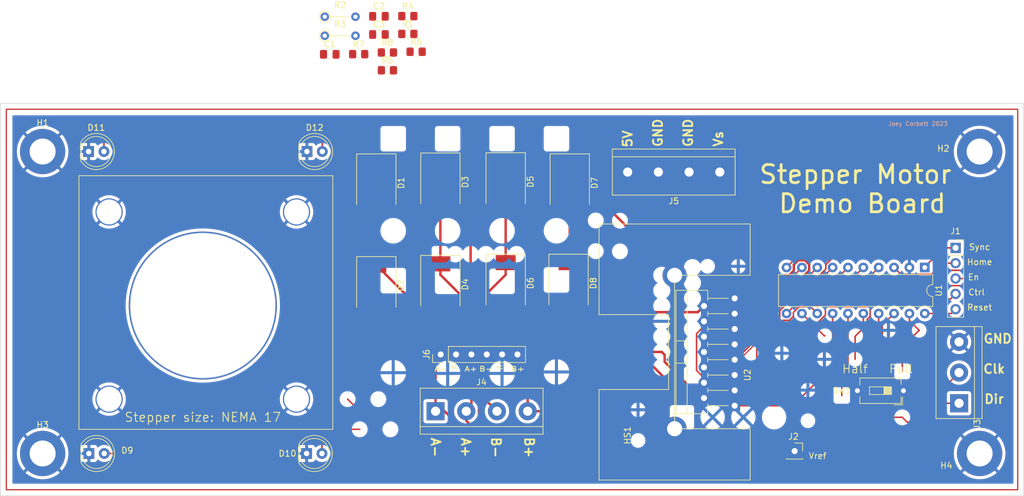
<source format=kicad_pcb>
(kicad_pcb (version 20211014) (generator pcbnew)
  (layers (0 "F.Cu" signal) (31 "B.Cu" signal) (34 "B.Paste" user) (35 "F.Paste" user) (36 "B.SilkS" user "B.Silkscreen") (37 "F.SilkS" user "F.Silkscreen") (38 "B.Mask" user) (39 "F.Mask" user) (44 "Edge.Cuts" user))
  (net 0 "")
  (net 1 "VS")
  (net 2 "GND")
  (net 3 "+5V")
  (net 4 "/Osc")
  (net 5 "/SensB")
  (net 6 "/SensA")
  (net 7 "/Inh1")
  (net 8 "/Inh2")
  (net 9 "/Half")
  (net 10 "A+")
  (net 11 "A-")
  (net 12 "B+")
  (net 13 "B-")
  (net 14 "Sync")
  (net 15 "Home")
  (net 16 "En")
  (net 17 "Ctrl")
  (net 18 "Reset")
  (net 19 "Vref")
  (net 20 "Dir")
  (net 21 "Clk")
  (net 22 "Net-(D9-Pad2)")
  (net 23 "Net-(D10-Pad2)")
  (net 24 "Net-(D11-Pad2)")
  (net 25 "Net-(D12-Pad2)")
  (net 26 "SigA-")
  (net 27 "SigA+")
  (net 28 "SigB-")
  (net 29 "SigB+")
  (footprint "Resistor_THT:R_Axial_DIN0204_L3.6mm_D1.6mm_P5.08mm_Vertical" (layer "F.Cu") (at 86.675 24.825)
    (fp_text reference "R3" (at 2.54 -1.92) (layer "F.SilkS"))
    (fp_text value "0.5")
    (pad "1" thru_hole circle (at 0 0) (size 1.4 1.4) (drill 0.7) (layers *.Cu *.Mask) (net 6 "/SensA"))
    (pad "2" thru_hole oval (at 5.08 0) (size 1.4 1.4) (drill 0.7) (layers *.Cu *.Mask) (net 2 "GND"))
  )
  (footprint "Diode_SMD:D_SMC" (layer "F.Cu") (at 95.2 49.2 -90)
    (fp_text reference "D1" (at 0 -4.1 90) (layer "F.SilkS"))
    (fp_text value "B350")
    (pad "1" smd rect (at -3.4 0) (size 3.3 2.5) (layers "F.Cu" "F.Paste" "F.Mask") (net 1 "VS"))
    (pad "2" smd rect (at 3.4 0) (size 3.3 2.5) (layers "F.Cu" "F.Paste" "F.Mask") (net 11 "A-"))
  )
  (footprint "LED_THT:LED_D5.0mm" (layer "F.Cu") (at 47.655 94)
    (fp_text reference "D9" (at 6.345 -0.5) (layer "F.SilkS"))
    (fp_text value "LED")
    (pad "1" thru_hole rect (at 0 0) (size 1.8 1.8) (drill 0.9) (layers *.Cu *.Mask) (net 2 "GND"))
    (pad "2" thru_hole circle (at 2.54 0) (size 1.8 1.8) (drill 0.9) (layers *.Cu *.Mask) (net 22 "Net-(D9-Pad2)"))
  )
  (footprint "MountingHole:MountingHole_4.3mm_M4_DIN965_Pad" (layer "F.Cu") (at 195 44)
    (fp_text reference "H2" (at -6 -0.5) (layer "F.SilkS"))
    (fp_text value "MountingHole_Pad")
    (pad "1" thru_hole circle (at 0 0) (size 7.5 7.5) (drill 4.3) (layers *.Cu *.Mask) (net 2 "GND"))
  )
  (footprint "Connector_PinSocket_2.54mm:PinSocket_1x05_P2.54mm_Vertical" (layer "F.Cu") (at 191.025 59.95)
    (fp_text reference "J1" (at 0 -2.77) (layer "F.SilkS"))
    (fp_text value "Conn_01x05_Male")
    (pad "1" thru_hole rect (at 0 0) (size 1.7 1.7) (drill 1) (layers *.Cu *.Mask) (net 14 "Sync"))
    (pad "2" thru_hole oval (at 0 2.54) (size 1.7 1.7) (drill 1) (layers *.Cu *.Mask) (net 15 "Home"))
    (pad "3" thru_hole oval (at 0 5.08) (size 1.7 1.7) (drill 1) (layers *.Cu *.Mask) (net 16 "En"))
    (pad "4" thru_hole oval (at 0 7.62) (size 1.7 1.7) (drill 1) (layers *.Cu *.Mask) (net 17 "Ctrl"))
    (pad "5" thru_hole oval (at 0 10.16) (size 1.7 1.7) (drill 1) (layers *.Cu *.Mask) (net 18 "Reset"))
  )
  (footprint "Connector_PinSocket_2.54mm:PinSocket_1x01_P2.54mm_Vertical" (layer "F.Cu") (at 164.4 93.6)
    (fp_text reference "J2" (at -0.2 -2.4) (layer "F.SilkS"))
    (fp_text value "Conn_01x01_Male")
    (pad "1" thru_hole rect (at 0 0) (size 1.7 1.7) (drill 1) (layers *.Cu *.Mask) (net 19 "Vref"))
  )
  (footprint "MountingHole:MountingHole_4.3mm_M4_DIN965_Pad" (layer "F.Cu") (at 40 44)
    (fp_text reference "H1" (at 0 -4.75) (layer "F.SilkS"))
    (fp_text value "MountingHole_Pad")
    (pad "1" thru_hole circle (at 0 0) (size 7.5 7.5) (drill 4.3) (layers *.Cu *.Mask) (net 2 "GND"))
  )
  (footprint "Capacitor_SMD:C_0805_2012Metric_Pad1.18x1.45mm_HandSolder" (layer "F.Cu") (at 95.635 24.615)
    (fp_text reference "C3" (at 0 -1.68) (layer "F.SilkS"))
    (fp_text value "100n")
    (pad "1" smd roundrect (at -1.0375 0) (size 1.175 1.45) (layers "F.Cu" "F.Paste" "F.Mask") (roundrect_rratio 0.212766) (net 1 "VS"))
    (pad "2" smd roundrect (at 1.0375 0) (size 1.175 1.45) (layers "F.Cu" "F.Paste" "F.Mask") (roundrect_rratio 0.212766) (net 2 "GND"))
  )
  (footprint "Diode_SMD:D_SMC" (layer "F.Cu") (at 127 65.8 -90)
    (fp_text reference "D8" (at 0 -4.1 90) (layer "F.SilkS"))
    (fp_text value "B350")
    (pad "1" smd rect (at -3.4 0) (size 3.3 2.5) (layers "F.Cu" "F.Paste" "F.Mask") (net 12 "B+"))
    (pad "2" smd rect (at 3.4 0) (size 3.3 2.5) (layers "F.Cu" "F.Paste" "F.Mask") (net 2 "GND"))
  )
  (footprint "Resistor_SMD:R_0805_2012Metric_Pad1.20x1.40mm_HandSolder" (layer "F.Cu") (at 100.415 24.525)
    (fp_text reference "R1" (at 0 -1.65) (layer "F.SilkS"))
    (fp_text value "22k")
    (pad "1" smd roundrect (at -1 0) (size 1.2 1.4) (layers "F.Cu" "F.Paste" "F.Mask") (roundrect_rratio 0.208333) (net 3 "+5V"))
    (pad "2" smd roundrect (at 1 0) (size 1.2 1.4) (layers "F.Cu" "F.Paste" "F.Mask") (roundrect_rratio 0.208333) (net 4 "/Osc"))
  )
  (footprint "Resistor_SMD:R_0805_2012Metric_Pad1.20x1.40mm_HandSolder" (layer "F.Cu") (at 97.035 30.545)
    (fp_text reference "R5" (at 0 -1.65) (layer "F.SilkS"))
    (fp_text value "330")
    (pad "1" smd roundrect (at -1 0) (size 1.2 1.4) (layers "F.Cu" "F.Paste" "F.Mask") (roundrect_rratio 0.208333) (net 27 "SigA+"))
    (pad "2" smd roundrect (at 1 0) (size 1.2 1.4) (layers "F.Cu" "F.Paste" "F.Mask") (roundrect_rratio 0.208333) (net 23 "Net-(D10-Pad2)"))
  )
  (footprint "Connector_PinHeader_2.54mm:PinHeader_1x06_P2.54mm_Vertical" (layer "F.Cu") (at 105.85 77.6 90)
    (fp_text reference "J6" (at 0 -2.33 90) (layer "F.SilkS"))
    (fp_text value "Conn_01x06_Male")
    (pad "1" thru_hole rect (at 0 0 90) (size 1.7 1.7) (drill 1) (layers *.Cu *.Mask) (net 11 "A-"))
    (pad "2" thru_hole oval (at 0 2.54 90) (size 1.7 1.7) (drill 1) (layers *.Cu *.Mask))
    (pad "3" thru_hole oval (at 0 5.08 90) (size 1.7 1.7) (drill 1) (layers *.Cu *.Mask) (net 10 "A+"))
    (pad "4" thru_hole oval (at 0 7.62 90) (size 1.7 1.7) (drill 1) (layers *.Cu *.Mask) (net 13 "B-"))
    (pad "5" thru_hole oval (at 0 10.16 90) (size 1.7 1.7) (drill 1) (layers *.Cu *.Mask))
    (pad "6" thru_hole oval (at 0 12.7 90) (size 1.7 1.7) (drill 1) (layers *.Cu *.Mask) (net 12 "B+"))
  )
  (footprint "Resistor_SMD:R_0805_2012Metric_Pad1.20x1.40mm_HandSolder" (layer "F.Cu") (at 97.035 27.595)
    (fp_text reference "R8" (at 0 -1.65) (layer "F.SilkS"))
    (fp_text value "22k")
    (pad "1" smd roundrect (at -1 0) (size 1.2 1.4) (layers "F.Cu" "F.Paste" "F.Mask") (roundrect_rratio 0.208333) (net 9 "/Half"))
    (pad "2" smd roundrect (at 1 0) (size 1.2 1.4) (layers "F.Cu" "F.Paste" "F.Mask") (roundrect_rratio 0.208333) (net 2 "GND"))
  )
  (footprint "TerminalBlock:TerminalBlock_bornier-4_P5.08mm" (layer "F.Cu") (at 105 87)
    (fp_text reference "J4" (at 7.6 -4.8) (layer "F.SilkS"))
    (fp_text value "Screw_Terminal_01x04")
    (pad "1" thru_hole rect (at 0 0) (size 3 3) (drill 1.52) (layers *.Cu *.Mask) (net 11 "A-"))
    (pad "2" thru_hole circle (at 5.08 0) (size 3 3) (drill 1.52) (layers *.Cu *.Mask) (net 10 "A+"))
    (pad "3" thru_hole circle (at 10.16 0) (size 3 3) (drill 1.52) (layers *.Cu *.Mask) (net 13 "B-"))
    (pad "4" thru_hole circle (at 15.24 0) (size 3 3) (drill 1.52) (layers *.Cu *.Mask) (net 12 "B+"))
  )
  (footprint "LED_THT:LED_D5.0mm" (layer "F.Cu") (at 83.67 94)
    (fp_text reference "D10" (at -3.17 0) (layer "F.SilkS"))
    (fp_text value "LED")
    (pad "1" thru_hole rect (at 0 0) (size 1.8 1.8) (drill 0.9) (layers *.Cu *.Mask) (net 2 "GND"))
    (pad "2" thru_hole circle (at 2.54 0) (size 1.8 1.8) (drill 0.9) (layers *.Cu *.Mask) (net 23 "Net-(D10-Pad2)"))
  )
  (footprint "Resistor_SMD:R_0805_2012Metric_Pad1.20x1.40mm_HandSolder" (layer "F.Cu") (at 92.285 27.875)
    (fp_text reference "R7" (at 0 -1.65) (layer "F.SilkS"))
    (fp_text value "330")
    (pad "1" smd roundrect (at -1 0) (size 1.2 1.4) (layers "F.Cu" "F.Paste" "F.Mask") (roundrect_rratio 0.208333) (net 29 "SigB+"))
    (pad "2" smd roundrect (at 1 0) (size 1.2 1.4) (layers "F.Cu" "F.Paste" "F.Mask") (roundrect_rratio 0.208333) (net 25 "Net-(D12-Pad2)"))
  )
  (footprint "Diode_SMD:D_SMC" (layer "F.Cu") (at 95.2 66.2 -90)
    (fp_text reference "D2" (at 0 -4.1 90) (layer "F.SilkS"))
    (fp_text value "B350")
    (pad "1" smd rect (at -3.4 0) (size 3.3 2.5) (layers "F.Cu" "F.Paste" "F.Mask") (net 11 "A-"))
    (pad "2" smd rect (at 3.4 0) (size 3.3 2.5) (layers "F.Cu" "F.Paste" "F.Mask") (net 2 "GND"))
  )
  (footprint "Capacitor_SMD:C_0805_2012Metric_Pad1.18x1.45mm_HandSolder" (layer "F.Cu") (at 95.635 21.605)
    (fp_text reference "C2" (at 0 -1.68) (layer "F.SilkS"))
    (fp_text value "100n")
    (pad "1" smd roundrect (at -1.0375 0) (size 1.175 1.45) (layers "F.Cu" "F.Paste" "F.Mask") (roundrect_rratio 0.212766) (net 3 "+5V"))
    (pad "2" smd roundrect (at 1.0375 0) (size 1.175 1.45) (layers "F.Cu" "F.Paste" "F.Mask") (roundrect_rratio 0.212766) (net 2 "GND"))
  )
  (footprint "Diode_SMD:D_SMC" (layer "F.Cu") (at 127.2 49.2 -90)
    (fp_text reference "D7" (at 0 -4.1 90) (layer "F.SilkS"))
    (fp_text value "B350")
    (pad "1" smd rect (at -3.4 0) (size 3.3 2.5) (layers "F.Cu" "F.Paste" "F.Mask") (net 1 "VS"))
    (pad "2" smd rect (at 3.4 0) (size 3.3 2.5) (layers "F.Cu" "F.Paste" "F.Mask") (net 12 "B+"))
  )
  (footprint "TerminalBlock:TerminalBlock_bornier-4_P5.08mm" (layer "F.Cu") (at 152.02 47.4 180)
    (fp_text reference "J5" (at 7.6 -4.8) (layer "F.SilkS"))
    (fp_text value "Screw_Terminal_01x04")
    (pad "1" thru_hole rect (at 0 0 180) (size 3 3) (drill 1.52) (layers *.Cu *.Mask) (net 1 "VS"))
    (pad "2" thru_hole circle (at 5.08 0 180) (size 3 3) (drill 1.52) (layers *.Cu *.Mask) (net 2 "GND"))
    (pad "3" thru_hole circle (at 10.16 0 180) (size 3 3) (drill 1.52) (layers *.Cu *.Mask) (net 2 "GND"))
    (pad "4" thru_hole circle (at 15.24 0 180) (size 3 3) (drill 1.52) (layers *.Cu *.Mask) (net 3 "+5V"))
  )
  (footprint "TerminalBlock:TerminalBlock_bornier-3_P5.08mm" (layer "F.Cu") (at 191.6 85.68 90)
    (fp_text reference "J3" (at -3.5 3 90) (layer "F.SilkS"))
    (fp_text value "Screw_Terminal_01x03")
    (pad "1" thru_hole rect (at 0 0 90) (size 3 3) (drill 1.52) (layers *.Cu *.Mask) (net 20 "Dir"))
    (pad "2" thru_hole circle (at 5.08 0 90) (size 3 3) (drill 1.52) (layers *.Cu *.Mask) (net 21 "Clk"))
    (pad "3" thru_hole circle (at 10.16 0 90) (size 3 3) (drill 1.52) (layers *.Cu *.Mask) (net 2 "GND"))
  )
  (footprint "LED_THT:LED_D5.0mm" (layer "F.Cu") (at 83.725 44)
    (fp_text reference "D12" (at 1.27 -3.96) (layer "F.SilkS"))
    (fp_text value "LED")
    (pad "1" thru_hole rect (at 0 0) (size 1.8 1.8) (drill 0.9) (layers *.Cu *.Mask) (net 2 "GND"))
    (pad "2" thru_hole circle (at 2.54 0) (size 1.8 1.8) (drill 0.9) (layers *.Cu *.Mask) (net 25 "Net-(D12-Pad2)"))
  )
  (footprint "Stepper:nema17" (layer "F.Cu") (at 51 85)
    (fp_text reference "M1" hide)
    (fp_text value "Stepper_Motor_bipolar")
    (pad "" thru_hole circle (at 15.5 -15.5) (size 24.5 24.5) (drill 24) (layers *.Cu *.Mask))
    (pad "1" thru_hole circle (at 0 -31) (size 4.5 4.5) (drill 4.1) (layers *.Cu *.Mask) (net 2 "GND"))
    (pad "2" thru_hole circle (at 31 -31) (size 4.5 4.5) (drill 4.1) (layers *.Cu *.Mask) (net 2 "GND"))
    (pad "3" thru_hole circle (at 0 0) (size 4.5 4.5) (drill 4.1) (layers *.Cu *.Mask) (net 2 "GND"))
    (pad "4" thru_hole circle (at 31 0) (size 4.5 4.5) (drill 4.1) (layers *.Cu *.Mask) (net 2 "GND"))
  )
  (footprint "Package_DIP:DIP-20_W7.62mm" (layer "F.Cu") (at 185.925 63.2 -90)
    (fp_text reference "U1" (at 3.81 -2.33 90) (layer "F.SilkS"))
    (fp_text value "L297")
    (pad "1" thru_hole rect (at 0 0 270) (size 1.6 1.6) (drill 0.8) (layers *.Cu *.Mask) (net 14 "Sync"))
    (pad "2" thru_hole oval (at 0 2.54 270) (size 1.6 1.6) (drill 0.8) (layers *.Cu *.Mask) (net 2 "GND"))
    (pad "3" thru_hole oval (at 0 5.08 270) (size 1.6 1.6) (drill 0.8) (layers *.Cu *.Mask) (net 15 "Home"))
    (pad "4" thru_hole oval (at 0 7.62 270) (size 1.6 1.6) (drill 0.8) (layers *.Cu *.Mask) (net 27 "SigA+"))
    (pad "5" thru_hole oval (at 0 10.16 270) (size 1.6 1.6) (drill 0.8) (layers *.Cu *.Mask) (net 7 "/Inh1"))
    (pad "6" thru_hole oval (at 0 12.7 270) (size 1.6 1.6) (drill 0.8) (layers *.Cu *.Mask) (net 26 "SigA-"))
    (pad "7" thru_hole oval (at 0 15.24 270) (size 1.6 1.6) (drill 0.8) (layers *.Cu *.Mask) (net 29 "SigB+"))
    (pad "8" thru_hole oval (at 0 17.78 270) (size 1.6 1.6) (drill 0.8) (layers *.Cu *.Mask) (net 8 "/Inh2"))
    (pad "9" thru_hole oval (at 0 20.32 270) (size 1.6 1.6) (drill 0.8) (layers *.Cu *.Mask) (net 28 "SigB-"))
    (pad "10" thru_hole oval (at 0 22.86 270) (size 1.6 1.6) (drill 0.8) (layers *.Cu *.Mask) (net 16 "En"))
    (pad "11" thru_hole oval (at 7.62 22.86 270) (size 1.6 1.6) (drill 0.8) (layers *.Cu *.Mask) (net 17 "Ctrl"))
    (pad "12" thru_hole oval (at 7.62 20.32 270) (size 1.6 1.6) (drill 0.8) (layers *.Cu *.Mask) (net 3 "+5V"))
    (pad "13" thru_hole oval (at 7.62 17.78 270) (size 1.6 1.6) (drill 0.8) (layers *.Cu *.Mask) (net 6 "/SensA"))
    (pad "14" thru_hole oval (at 7.62 15.24 270) (size 1.6 1.6) (drill 0.8) (layers *.Cu *.Mask) (net 5 "/SensB"))
    (pad "15" thru_hole oval (at 7.62 12.7 270) (size 1.6 1.6) (drill 0.8) (layers *.Cu *.Mask) (net 19 "Vref"))
    (pad "16" thru_hole oval (at 7.62 10.16 270) (size 1.6 1.6) (drill 0.8) (layers *.Cu *.Mask) (net 4 "/Osc"))
    (pad "17" thru_hole oval (at 7.62 7.62 270) (size 1.6 1.6) (drill 0.8) (layers *.Cu *.Mask) (net 20 "Dir"))
    (pad "18" thru_hole oval (at 7.62 5.08 270) (size 1.6 1.6) (drill 0.8) (layers *.Cu *.Mask) (net 21 "Clk"))
    (pad "19" thru_hole oval (at 7.62 2.54 270) (size 1.6 1.6) (drill 0.8) (layers *.Cu *.Mask) (net 9 "/Half"))
    (pad "20" thru_hole oval (at 7.62 0 270) (size 1.6 1.6) (drill 0.8) (layers *.Cu *.Mask) (net 18 "Reset"))
  )
  (footprint "Resistor_SMD:R_0805_2012Metric_Pad1.20x1.40mm_HandSolder" (layer "F.Cu") (at 101.785 27.475)
    (fp_text reference "R6" (at 0 -1.65) (layer "F.SilkS"))
    (fp_text value "330")
    (pad "1" smd roundrect (at -1 0) (size 1.2 1.4) (layers "F.Cu" "F.Paste" "F.Mask") (roundrect_rratio 0.208333) (net 28 "SigB-"))
    (pad "2" smd roundrect (at 1 0) (size 1.2 1.4) (layers "F.Cu" "F.Paste" "F.Mask") (roundrect_rratio 0.208333) (net 24 "Net-(D11-Pad2)"))
  )
  (footprint "Diode_SMD:D_SMC" (layer "F.Cu") (at 105.8 66 -90)
    (fp_text reference "D4" (at 0 -4.1 90) (layer "F.SilkS"))
    (fp_text value "B350")
    (pad "1" smd rect (at -3.4 0) (size 3.3 2.5) (layers "F.Cu" "F.Paste" "F.Mask") (net 10 "A+"))
    (pad "2" smd rect (at 3.4 0) (size 3.3 2.5) (layers "F.Cu" "F.Paste" "F.Mask") (net 2 "GND"))
  )
  (footprint "Button_Switch_THT:SW_DIP_SPSTx01_Slide_6.7x4.1mm_W7.62mm_P2.54mm_LowProfile" (layer "F.Cu") (at 182.4 83.6 180)
    (fp_text reference "SW1" (at 10.2 0) (layer "F.SilkS"))
    (fp_text value "SW_DIP_x01")
    (pad "1" thru_hole rect (at 0 0 180) (size 1.6 1.6) (drill 0.8) (layers *.Cu *.Mask) (net 9 "/Half"))
    (pad "2" thru_hole oval (at 7.62 0 180) (size 1.6 1.6) (drill 0.8) (layers *.Cu *.Mask) (net 3 "+5V"))
  )
  (footprint "Diode_SMD:D_SMC" (layer "F.Cu") (at 116.6 49 -90)
    (fp_text reference "D5" (at 0 -4.1 90) (layer "F.SilkS"))
    (fp_text value "B350")
    (pad "1" smd rect (at -3.4 0) (size 3.3 2.5) (layers "F.Cu" "F.Paste" "F.Mask") (net 1 "VS"))
    (pad "2" smd rect (at 3.4 0) (size 3.3 2.5) (layers "F.Cu" "F.Paste" "F.Mask") (net 13 "B-"))
  )
  (footprint "Diode_SMD:D_SMC" (layer "F.Cu") (at 116.6 65.8 -90)
    (fp_text reference "D6" (at 0 -4.1 90) (layer "F.SilkS"))
    (fp_text value "B350")
    (pad "1" smd rect (at -3.4 0) (size 3.3 2.5) (layers "F.Cu" "F.Paste" "F.Mask") (net 13 "B-"))
    (pad "2" smd rect (at 3.4 0) (size 3.3 2.5) (layers "F.Cu" "F.Paste" "F.Mask") (net 2 "GND"))
  )
  (footprint "Diode_SMD:D_SMC" (layer "F.Cu") (at 105.8 49.05 -90)
    (fp_text reference "D3" (at 0 -4.1 90) (layer "F.SilkS"))
    (fp_text value "B350")
    (pad "1" smd rect (at -3.4 0) (size 3.3 2.5) (layers "F.Cu" "F.Paste" "F.Mask") (net 1 "VS"))
    (pad "2" smd rect (at 3.4 0) (size 3.3 2.5) (layers "F.Cu" "F.Paste" "F.Mask") (net 10 "A+"))
  )
  (footprint "Stepper:42x25mm_multiwatt15" (layer "F.Cu") (at 150.045 77.5 90)
    (fp_text reference "HS1" (at -13.5 -13.3 90 unlocked) (layer "F.SilkS"))
    (fp_text value "Heatsink_Pad")
    (pad "1" thru_hole circle (at 13 -5.5 90) (size 4 4) (drill 2.5) (layers *.Cu *.Mask) (net 2 "GND"))
    (pad "1" thru_hole circle (at -12.4 -5.5 270) (size 4 4) (drill 2.5) (layers *.Cu *.Mask) (net 2 "GND"))
  )
  (footprint "Resistor_SMD:R_0805_2012Metric_Pad1.20x1.40mm_HandSolder" (layer "F.Cu") (at 100.415 21.575)
    (fp_text reference "R4" (at 0 -1.65) (layer "F.SilkS"))
    (fp_text value "330")
    (pad "1" smd roundrect (at -1 0) (size 1.2 1.4) (layers "F.Cu" "F.Paste" "F.Mask") (roundrect_rratio 0.208333) (net 26 "SigA-"))
    (pad "2" smd roundrect (at 1 0) (size 1.2 1.4) (layers "F.Cu" "F.Paste" "F.Mask") (roundrect_rratio 0.208333) (net 22 "Net-(D9-Pad2)"))
  )
  (footprint "MountingHole:MountingHole_4.3mm_M4_DIN965_Pad" (layer "F.Cu") (at 195 94)
    (fp_text reference "H4" (at -5.5 2) (layer "F.SilkS"))
    (fp_text value "MountingHole_Pad")
    (pad "1" thru_hole circle (at 0 0) (size 7.5 7.5) (drill 4.3) (layers *.Cu *.Mask) (net 2 "GND"))
  )
  (footprint "Capacitor_SMD:C_0805_2012Metric_Pad1.18x1.45mm_HandSolder" (layer "F.Cu") (at 87.505 27.905)
    (fp_text reference "C1" (at 0 -1.68) (layer "F.SilkS"))
    (fp_text value "3.3n")
    (pad "1" smd roundrect (at -1.0375 0) (size 1.175 1.45) (layers "F.Cu" "F.Paste" "F.Mask") (roundrect_rratio 0.212766) (net 4 "/Osc"))
    (pad "2" smd roundrect (at 1.0375 0) (size 1.175 1.45) (layers "F.Cu" "F.Paste" "F.Mask") (roundrect_rratio 0.212766) (net 2 "GND"))
  )
  (footprint "LED_THT:LED_D5.0mm" (layer "F.Cu") (at 47.605 44)
    (fp_text reference "D11" (at 1.27 -3.96) (layer "F.SilkS"))
    (fp_text value "LED")
    (pad "1" thru_hole rect (at 0 0) (size 1.8 1.8) (drill 0.9) (layers *.Cu *.Mask) (net 2 "GND"))
    (pad "2" thru_hole circle (at 2.54 0) (size 1.8 1.8) (drill 0.9) (layers *.Cu *.Mask) (net 24 "Net-(D11-Pad2)"))
  )
  (footprint "Resistor_THT:R_Axial_DIN0204_L3.6mm_D1.6mm_P5.08mm_Vertical" (layer "F.Cu") (at 86.675 21.675)
    (fp_text reference "R2" (at 2.54 -1.92) (layer "F.SilkS"))
    (fp_text value "0.5")
    (pad "1" thru_hole circle (at 0 0) (size 1.4 1.4) (drill 0.7) (layers *.Cu *.Mask) (net 5 "/SensB"))
    (pad "2" thru_hole oval (at 5.08 0) (size 1.4 1.4) (drill 0.7) (layers *.Cu *.Mask) (net 2 "GND"))
  )
  (footprint "MountingHole:MountingHole_4.3mm_M4_DIN965_Pad" (layer "F.Cu") (at 40 94)
    (fp_text reference "H3" (at 0 -4.75) (layer "F.SilkS"))
    (fp_text value "MountingHole_Pad")
    (pad "1" thru_hole circle (at 0 0) (size 7.5 7.5) (drill 4.3) (layers *.Cu *.Mask) (net 2 "GND"))
  )
  (footprint "Package_TO_SOT_THT:TO-220-15_P2.54x2.54mm_StaggerOdd_Lead4.58mm_Vertical" (layer "F.Cu") (at 154.48 86.09 90)
    (fp_text reference "U2" (at 5.09 2.12 90) (layer "F.SilkS"))
    (fp_text value "L298N")
    (pad "1" thru_hole rect (at 0 0 90) (size 1.8 1.8) (drill 1) (layers *.Cu *.Mask) (net 5 "/SensB"))
    (pad "2" thru_hole oval (at 1.27 -5.08 90) (size 1.8 1.8) (drill 1) (layers *.Cu *.Mask) (net 11 "A-"))
    (pad "3" thru_hole oval (at 2.54 0 90) (size 1.8 1.8) (drill 1) (layers *.Cu *.Mask) (net 10 "A+"))
    (pad "4" thru_hole oval (at 3.81 -5.08 90) (size 1.8 1.8) (drill 1) (layers *.Cu *.Mask) (net 1 "VS"))
    (pad "5" thru_hole oval (at 5.08 0 90) (size 1.8 1.8) (drill 1) (layers *.Cu *.Mask) (net 27 "SigA+"))
    (pad "6" thru_hole oval (at 6.35 -5.08 90) (size 1.8 1.8) (drill 1) (layers *.Cu *.Mask) (net 7 "/Inh1"))
    (pad "7" thru_hole oval (at 7.62 0 90) (size 1.8 1.8) (drill 1) (layers *.Cu *.Mask) (net 26 "SigA-"))
    (pad "8" thru_hole oval (at 8.89 -5.08 90) (size 1.8 1.8) (drill 1) (layers *.Cu *.Mask) (net 2 "GND"))
    (pad "9" thru_hole oval (at 10.16 0 90) (size 1.8 1.8) (drill 1) (layers *.Cu *.Mask) (net 3 "+5V"))
    (pad "10" thru_hole oval (at 11.43 -5.08 90) (size 1.8 1.8) (drill 1) (layers *.Cu *.Mask) (net 29 "SigB+"))
    (pad "11" thru_hole oval (at 12.7 0 90) (size 1.8 1.8) (drill 1) (layers *.Cu *.Mask) (net 8 "/Inh2"))
    (pad "12" thru_hole oval (at 13.97 -5.08 90) (size 1.8 1.8) (drill 1) (layers *.Cu *.Mask) (net 28 "SigB-"))
    (pad "13" thru_hole oval (at 15.24 0 90) (size 1.8 1.8) (drill 1) (layers *.Cu *.Mask) (net 13 "B-"))
    (pad "14" thru_hole oval (at 16.51 -5.08 90) (size 1.8 1.8) (drill 1) (layers *.Cu *.Mask) (net 12 "B+"))
    (pad "15" thru_hole oval (at 17.78 0 90) (size 1.8 1.8) (drill 1) (layers *.Cu *.Mask) (net 6 "/SensA"))
  )
  (gr_rect (start 34 100) (end 201.3 37) (layer "F.Cu") (width 0.2) (fill none))
  (gr_rect (start 33 36) (end 202.3 101) (layer "Edge.Cuts") (width 0.1) (fill none))
  (gr_text "Joey Corbett 2023" (at 184.8 39.4) (layer "B.SilkS") (effects (font (size 0.7 0.7) (thickness 0.1))))
  (gr_text "Half\n" (at 174.4 80) (layer "F.SilkS") (effects (font (size 1.4 1.4))))
  (gr_text "Sync" (at 195 59.8) (layer "F.SilkS") (effects (font (size 1 1))))
  (gr_text "Vref" (at 168.2 94.4) (layer "F.SilkS") (effects (font (size 1 1))))
  (gr_text "A+" (at 110 93 -90) (layer "F.SilkS") (effects (font (size 1.5 1.5) (thickness 0.3))))
  (gr_text "A+" (at 110.85 80) (layer "F.SilkS") (effects (font (size 0.8 1))))
  (gr_text "A-" (at 105.85 80) (layer "F.SilkS") (effects (font (size 0.8 1))))
  (gr_text "B+" (at 120.5 93 -90) (layer "F.SilkS") (effects (font (size 1.5 1.5) (thickness 0.3))))
  (gr_text "NC" (at 115.6 79.75) (layer "F.SilkS") (effects (font (size 0.5 0.5) (thickness 0.1))))
  (gr_text "Home" (at 195 62.3) (layer "F.SilkS") (effects (font (size 1 1))))
  (gr_text "Dir" (at 197.4 85) (layer "F.SilkS") (effects (font (size 1.5 1.5) (thickness 0.3))))
  (gr_text "B-" (at 113.35 80) (layer "F.SilkS") (effects (font (size 0.8 1))))
  (gr_text "B-" (at 115 93 -90) (layer "F.SilkS") (effects (font (size 1.5 1.5) (thickness 0.3))))
  (gr_text "Stepper size: NEMA 17" (at 66.5 88) (layer "F.SilkS") (effects (font (size 1.5 1.5))))
  (gr_text "Vs\n" (at 151.78 41.9 -270) (layer "F.SilkS") (effects (font (size 1.5 1.5) (thickness 0.3))))
  (gr_text "Clk" (at 197.4 80) (layer "F.SilkS") (effects (font (size 1.5 1.5) (thickness 0.3))))
  (gr_text "Reset\n" (at 195 69.8) (layer "F.SilkS") (effects (font (size 1 1))))
  (gr_text "En" (at 194 64.8) (layer "F.SilkS") (effects (font (size 1 1))))
  (gr_text "GND" (at 141.78 40.9 -270) (layer "F.SilkS") (effects (font (size 1.5 1.5) (thickness 0.3))))
  (gr_text "Full" (at 182 80) (layer "F.SilkS") (effects (font (size 1.4 1.4))))
  (gr_text "Stepper Motor \nDemo Board" (at 175.6 50.2) (layer "F.SilkS") (effects (font (size 3 3) (thickness 0.45))))
  (gr_text "GND" (at 146.78 40.9 -270) (layer "F.SilkS") (effects (font (size 1.5 1.5) (thickness 0.3))))
  (gr_text "B+" (at 118.6 80) (layer "F.SilkS") (effects (font (size 0.8 1))))
  (gr_text "Ctrl" (at 194.5 67.3) (layer "F.SilkS") (effects (font (size 1 1))))
  (gr_text "5V" (at 136.78 41.9 -270) (layer "F.SilkS") (effects (font (size 1.5 1.5) (thickness 0.3))))
  (gr_text "A-" (at 105 93 -90) (layer "F.SilkS") (effects (font (size 1.5 1.5) (thickness 0.3))))
  (gr_text "GND" (at 198 75) (layer "F.SilkS") (effects (font (size 1.5 1.5) (thickness 0.3))))
  (gr_text "NC" (at 108.1 79.75) (layer "F.SilkS") (effects (font (size 0.5 0.5) (thickness 0.1))))
  (segment (start 95.2 45.8) (end 105.65 45.8) (width 0.4) (layer "F.Cu") (net 1))
  (segment (start 146.935 82.865) (end 148.815 82.865) (width 0.4) (layer "F.Cu") (net 1))
  (segment (start 130.8 46.4) (end 137 52.6) (width 0.5) (layer "F.Cu") (net 1))
  (segment (start 124.5 89.5) (end 136.81 77.19) (width 0.4) (layer "F.Cu") (net 1))
  (segment (start 127.2 45.8) (end 130.2 45.8) (width 0.4) (layer "F.Cu") (net 1))
  (segment (start 142.9 77.67) (end 142.9 78.83) (width 0.4) (layer "F.Cu") (net 1))
  (segment (start 112.18 77.082233) (end 112.18 87.68) (width 0.4) (layer "F.Cu") (net 1))
  (segment (start 110.8 49.2) (end 110.8 75.702233) (width 0.4) (layer "F.Cu") (net 1))
  (segment (start 112.8 45.6) (end 110.8 47.6) (width 0.4) (layer "F.Cu") (net 1))
  (segment (start 146.82 52.6) (end 152.02 47.4) (width 0.5) (layer "F.Cu") (net 1))
  (segment (start 110.8 47.6) (end 110.8 49.2) (width 0.4) (layer "F.Cu") (net 1))
  (segment (start 112.18 87.68) (end 114 89.5) (width 0.4) (layer "F.Cu") (net 1))
  (segment (start 110.8 75.702233) (end 112.18 77.082233) (width 0.4) (layer "F.Cu") (net 1))
  (segment (start 116.6 45.6) (end 127 45.6) (width 0.4) (layer "F.Cu") (net 1))
  (segment (start 136.81 77.19) (end 142.42 77.19) (width 0.4) (layer "F.Cu") (net 1))
  (segment (start 105.65 45.8) (end 105.8 45.65) (width 0.4) (layer "F.Cu") (net 1))
  (segment (start 142.9 78.83) (end 146.935 82.865) (width 0.4) (layer "F.Cu") (net 1))
  (segment (start 108.85 45.65) (end 110.8 47.6) (width 0.4) (layer "F.Cu") (net 1))
  (segment (start 114 89.5) (end 124.5 89.5) (width 0.4) (layer "F.Cu") (net 1))
  (segment (start 130.2 45.8) (end 130.8 46.4) (width 0.4) (layer "F.Cu") (net 1))
  (segment (start 148.815 82.865) (end 149.4 82.28) (width 0.4) (layer "F.Cu") (net 1))
  (segment (start 127 45.6) (end 127.2 45.8) (width 0.4) (layer "F.Cu") (net 1))
  (segment (start 116.6 45.6) (end 112.8 45.6) (width 0.4) (layer "F.Cu") (net 1))
  (segment (start 142.42 77.19) (end 142.9 77.67) (width 0.4) (layer "F.Cu") (net 1))
  (segment (start 137 52.6) (end 146.82 52.6) (width 0.5) (layer "F.Cu") (net 1))
  (segment (start 105.8 45.65) (end 108.85 45.65) (width 0.4) (layer "F.Cu") (net 1))
  (segment (start 192.4 88.8) (end 195.4 85.8) (width 0.25) (layer "F.Cu") (net 3))
  (segment (start 167.698491 72.8575) (end 169.5 71.055991) (width 0.25) (layer "F.Cu") (net 3))
  (segment (start 169.285 74.5) (end 169.42 74.5) (width 0.25) (layer "F.Cu") (net 3))
  (segment (start 169.5 69.95) (end 169.755 69.695) (width 0.25) (layer "F.Cu") (net 3))
  (segment (start 165.605 70.82) (end 167.6425 72.8575) (width 0.25) (layer "F.Cu") (net 3))
  (segment (start 174.352995 58.147005) (end 175.5 57) (width 0.25) (layer "F.Cu") (net 3))
  (segment (start 182.2 88) (end 183 88.8) (width 0.25) (layer "F.Cu") (net 3))
  (segment (start 167.6425 72.8575) (end 169.285 74.5) (width 0.25) (layer "F.Cu") (net 3))
  (segment (start 195.4 69.2) (end 195.4 71.2) (width 0.25) (layer "F.Cu") (net 3))
  (segment (start 198.8 55.2) (end 198.8 67.8) (width 0.25) (layer "F.Cu") (net 3))
  (segment (start 175.5 56.79401) (end 178.29401 54) (width 0.25) (layer "F.Cu") (net 3))
  (segment (start 197.5 56.5) (end 197.5 62.5) (width 0.25) (layer "F.Cu") (net 3))
  (segment (start 189 64.25) (end 189 65.5) (width 0.25) (layer "F.Cu") (net 3))
  (segment (start 195 54) (end 197.5 56.5) (width 0.25) (layer "F.Cu") (net 3))
  (segment (start 195.4 85.8) (end 195.4 71.2) (width 0.25) (layer "F.Cu") (net 3))
  (segment (start 156.573604 70.79) (end 160.368604 66.995) (width 0.25) (layer "F.Cu") (net 3))
  (segment (start 178.29401 54) (end 195 54) (width 0.25) (layer "F.Cu") (net 3))
  (segment (start 136.78 47.4) (end 142.18 42) (width 0.25) (layer "F.Cu") (net 3))
  (segment (start 189.705 66.205) (end 192.405 66.205) (width 0.25) (layer "F.Cu") (net 3))
  (segment (start 176.4 71.775991) (end 176.4 84.6) (width 0.25) (layer "F.Cu") (net 3))
  (segment (start 166.005 66.995) (end 169.56 63.44) (width 0.25) (layer "F.Cu") (net 3))
  (segment (start 169.56 63.44) (end 169.56 62.734009) (width 0.25) (layer "F.Cu") (net 3))
  (segment (start 176.4 84.6) (end 179.8 88) (width 0.25) (layer "F.Cu") (net 3))
  (segment (start 185.6 42) (end 198.8 55.2) (width 0.25) (layer "F.Cu") (net 3))
  (segment (start 167.6425 72.8575) (end 167.698491 72.8575) (width 0.25) (layer "F.Cu") (net 3))
  (segment (start 156.573604 73.836396) (end 156.573604 70.79) (width 0.25) (layer "F.Cu") (net 3))
  (segment (start 176.89 71.285991) (end 176.4 71.775991) (width 0.25) (layer "F.Cu") (net 3))
  (segment (start 160.368604 66.995) (end 166.005 66.995) (width 0.25) (layer "F.Cu") (net 3))
  (segment (start 189 65.5) (end 189.705 66.205) (width 0.25) (layer "F.Cu") (net 3))
  (segment (start 197.5 62.5) (end 196.335 63.665) (width 0.25) (layer "F.Cu") (net 3))
  (segment (start 142.18 42) (end 185.6 42) (width 0.25) (layer "F.Cu") (net 3))
  (segment (start 179.8 88) (end 182.2 88) (width 0.25) (layer "F.Cu") (net 3))
  (segment (start 198.8 67.8) (end 195.4 71.2) (width 0.25) (layer "F.Cu") (net 3))
  (segment (start 176.89 69.89) (end 176.89 71.285991) (width 0.25) (layer "F.Cu") (net 3))
  (segment (start 176.695 69.695) (end 176.89 69.89) (width 0.25) (layer "F.Cu") (net 3))
  (segment (start 169.755 69.695) (end 176.695 69.695) (width 0.25) (layer "F.Cu") (net 3))
  (segment (start 196.335 63.665) (end 189.585 63.665) (width 0.25) (layer "F.Cu") (net 3))
  (segment (start 169.56 62.734009) (end 174.147005 58.147005) (width 0.25) (layer "F.Cu") (net 3))
  (segment (start 174.147005 58.147005) (end 174.352995 58.147005) (width 0.25) (layer "F.Cu") (net 3))
  (segment (start 183 88.8) (end 192.4 88.8) (width 0.25) (layer "F.Cu") (net 3))
  (segment (start 192.405 66.205) (end 195.4 69.2) (width 0.25) (layer "F.Cu") (net 3))
  (segment (start 175.5 57) (end 175.5 56.79401) (width 0.25) (layer "F.Cu") (net 3))
  (segment (start 154.48 75.93) (end 156.573604 73.836396) (width 0.25) (layer "F.Cu") (net 3))
  (segment (start 189.585 63.665) (end 189 64.25) (width 0.25) (layer "F.Cu") (net 3))
  (segment (start 169.5 71.055991) (end 169.5 69.95) (width 0.25) (layer "F.Cu") (net 3))
  (segment (start 174.4 74.6) (end 174.5 74.5) (width 0.25) (layer "F.Cu") (net 4))
  (segment (start 174.5 74.5) (end 175.765 73.235) (width 0.25) (layer "F.Cu") (net 4))
  (segment (start 175.765 73.235) (end 175.765 70.82) (width 0.25) (layer "F.Cu") (net 4))
  (segment (start 174.4 78.4) (end 174.4 74.6) (width 0.25) (layer "F.Cu") (net 4))
  (segment (start 164.11 86.09) (end 170.685 79.515) (width 0.25) (layer "F.Cu") (net 5))
  (segment (start 154.48 86.09) (end 164.11 86.09) (width 0.25) (layer "F.Cu") (net 5))
  (segment (start 170.685 79.515) (end 170.685 70.82) (width 0.25) (layer "F.Cu") (net 5))
  (segment (start 159.8 81.6) (end 157.4 81.6) (width 0.25) (layer "F.Cu") (net 6))
  (segment (start 151.4 72.34) (end 151.4 71.39) (width 0.25) (layer "F.Cu") (net 6))
  (segment (start 163.530991 71.945) (end 162.455 71.945) (width 0.25) (layer "F.Cu") (net 6))
  (segment (start 157.97 81.57) (end 157.37 81.57) (width 0.25) (layer "F.Cu") (net 6))
  (segment (start 157.37 81.57) (end 156.720431 81.57) (width 0.25) (layer "F.Cu") (net 6))
  (segment (start 156.220216 82.070216) (end 155.965432 82.325) (width 0.25) (layer "F.Cu") (net 6))
  (segment (start 150.345 73.395) (end 151.4 72.34) (width 0.25) (layer "F.Cu") (net 6))
  (segment (start 164.19 71.285991) (end 163.530991 71.945) (width 0.25) (layer "F.Cu") (net 6))
  (segment (start 160.6 80.8) (end 159.8 81.6) (width 0.25) (layer "F.Cu") (net 6))
  (segment (start 148.175 74.152588) (end 148.932588 73.395) (width 0.25) (layer "F.Cu") (net 6))
  (segment (start 168.145 70.82) (end 167.02 69.695) (width 0.25) (layer "F.Cu") (net 6))
  (segment (start 162.455 71.945) (end 160.6 73.8) (width 0.25) (layer "F.Cu") (net 6))
  (segment (start 156.220216 82.070216) (end 155.950431 82.34) (width 0.25) (layer "F.Cu") (net 6))
  (segment (start 157.4 81.6) (end 157.37 81.57) (width 0.25) (layer "F.Cu") (net 6))
  (segment (start 164.19 70.644009) (end 164.19 71.285991) (width 0.25) (layer "F.Cu") (net 6))
  (segment (start 150.945 80.995) (end 148.922588 80.995) (width 0.25) (layer "F.Cu") (net 6))
  (segment (start 152.345 82.395) (end 150.945 80.995) (width 0.25) (layer "F.Cu") (net 6))
  (segment (start 167.02 69.695) (end 165.139009 69.695) (width 0.25) (layer "F.Cu") (net 6))
  (segment (start 148.932588 73.395) (end 150.345 73.395) (width 0.25) (layer "F.Cu") (net 6))
  (segment (start 160.6 73.8) (end 160.6 80.8) (width 0.25) (layer "F.Cu") (net 6))
  (segment (start 155.965432 82.325) (end 152.415 82.325) (width 0.25) (layer "F.Cu") (net 6))
  (segment (start 148.175 80.247412) (end 148.175 74.152588) (width 0.25) (layer "F.Cu") (net 6))
  (segment (start 152.415 82.325) (end 152.345 82.395) (width 0.25) (layer "F.Cu") (net 6))
  (segment (start 156.720431 81.57) (end 156.220216 82.070216) (width 0.25) (layer "F.Cu") (net 6))
  (segment (start 165.139009 69.695) (end 164.19 70.644009) (width 0.25) (layer "F.Cu") (net 6))
  (segment (start 148.922588 80.995) (end 148.175 80.247412) (width 0.25) (layer "F.Cu") (net 6))
  (segment (start 151.4 71.39) (end 154.48 68.31) (width 0.25) (layer "F.Cu") (net 6))
  (segment (start 158.15 74.05) (end 158.15 79) (width 0.25) (layer "F.Cu") (net 7))
  (segment (start 169.561396 67.5) (end 168.461396 68.6) (width 0.25) (layer "F.Cu") (net 7))
  (segment (start 158.2 73.963604) (end 158.2 74) (width 0.25) (layer "F.Cu") (net 7))
  (segment (start 164.112208 68.5) (end 163.157613 68.5) (width 0.25) (layer "F.Cu") (net 7))
  (segment (start 158.15 79) (end 157.455 79.695) (width 0.25) (layer "F.Cu") (net 7))
  (segment (start 157.455 79.695) (end 157.095 79.695) (width 0.25) (layer "F.Cu") (net 7))
  (segment (start 167.579188 68.345) (end 164.267208 68.345) (width 0.25) (layer "F.Cu") (net 7))
  (segment (start 157.095 79.695) (end 150.445 79.695) (width 0.25) (layer "F.Cu") (net 7))
  (segment (start 150.445 79.695) (end 150.345 79.795) (width 0.25) (layer "F.Cu") (net 7))
  (segment (start 168.461396 68.6) (end 167.834188 68.6) (width 0.25) (layer "F.Cu") (net 7))
  (segment (start 164.267208 68.345) (end 164.112208 68.5) (width 0.25) (layer "F.Cu") (net 7))
  (segment (start 167.834188 68.6) (end 167.579188 68.345) (width 0.25) (layer "F.Cu") (net 7))
  (segment (start 158.2 74) (end 158.15 74.05) (width 0.25) (layer "F.Cu") (net 7))
  (segment (start 175.765 63.2) (end 171.465 67.5) (width 0.25) (layer "F.Cu") (net 7))
  (segment (start 157.308604 79.695) (end 157.095 79.695) (width 0.25) (layer "F.Cu") (net 7))
  (segment (start 161.49 70.673604) (end 158.2 73.963604) (width 0.25) (layer "F.Cu") (net 7))
  (segment (start 163.157613 68.5) (end 161.49 70.167613) (width 0.25) (layer "F.Cu") (net 7))
  (segment (start 161.49 70.167613) (end 161.49 70.673604) (width 0.25) (layer "F.Cu") (net 7))
  (segment (start 171.465 67.5) (end 169.561396 67.5) (width 0.25) (layer "F.Cu") (net 7))
  (segment (start 164.8 66.545) (end 168.145 63.2) (width 0.25) (layer "F.Cu") (net 8))
  (segment (start 160.182208 66.545) (end 164.8 66.545) (width 0.25) (layer "F.Cu") (net 8))
  (segment (start 154.48 73.39) (end 155.705 72.165) (width 0.25) (layer "F.Cu") (net 8))
  (segment (start 155.705 71.022208) (end 160.182208 66.545) (width 0.25) (layer "F.Cu") (net 8))
  (segment (start 155.705 72.165) (end 155.705 71.022208) (width 0.25) (layer "F.Cu") (net 8))
  (segment (start 183.385 71.985) (end 185 73.6) (width 0.25) (layer "F.Cu") (net 9))
  (segment (start 185 73.6) (end 183.385 75.215) (width 0.25) (layer "F.Cu") (net 9))
  (segment (start 183.385 75.215) (end 183.385 75.815) (width 0.25) (layer "F.Cu") (net 9))
  (segment (start 183.385 71.985) (end 183.385 70.82) (width 0.25) (layer "F.Cu") (net 9))
  (segment (start 182.2 77) (end 182.2 80.4) (width 0.25) (layer "F.Cu") (net 9))
  (segment (start 183.385 75.815) (end 182.2 77) (width 0.25) (layer "F.Cu") (net 9))
  (segment (start 147.85 83.55) (end 154.48 83.55) (width 0.3) (layer "F.Cu") (net 10))
  (segment (start 110.93 77.6) (end 110.93 86.15) (width 0.4) (layer "F.Cu") (net 10))
  (segment (start 105.8 62.6) (end 105.8 64.4) (width 0.4) (layer "F.Cu") (net 10))
  (segment (start 127.9 90.1) (end 128 90) (width 0.4) (layer "F.Cu") (net 10))
  (segment (start 110.93 86.15) (end 110.08 87) (width 0.4) (layer "F.Cu") (net 10))
  (segment (start 140 78.6) (end 144.95 83.55) (width 0.4) (layer "F.Cu") (net 10))
  (segment (start 109.6 68.2) (end 109.6 76.27) (width 0.4) (layer "F.Cu") (net 10))
  (segment (start 110.08 87) (end 110.08 88.58) (width 0.4) (layer "F.Cu") (net 10))
  (segment (start 139.4 78.6) (end 140 78.6) (width 0.4) (layer "F.Cu") (net 10))
  (segment (start 128 90) (end 138.5 79.5) (width 0.4) (layer "F.Cu") (net 10))
  (segment (start 110.08 88.58) (end 111.5 90) (width 0.4) (layer "F.Cu") (net 10))
  (segment (start 105.8 62.6) (end 105.8 52.45) (width 0.4) (layer "F.Cu") (net 10))
  (segment (start 111.5 90) (end 111.6 90.1) (width 0.4) (layer "F.Cu") (net 10))
  (segment (start 138.5 79.5) (end 139.4 78.6) (width 0.3) (layer "F.Cu") (net 10))
  (segment (start 109.6 76.27) (end 110.93 77.6) (width 0.4) (layer "F.Cu") (net 10))
  (segment (start 144.95 83.55) (end 147.85 83.55) (width 0.3) (layer "F.Cu") (net 10))
  (segment (start 111.6 90.1) (end 127.9 90.1) (width 0.4) (layer "F.Cu") (net 10))
  (segment (start 105.8 64.4) (end 109.6 68.2) (width 0.4) (layer "F.Cu") (net 10))
  (segment (start 146.82 84.82) (end 149.4 84.82) (width 0.4) (layer "F.Cu") (net 11))
  (segment (start 105 87) (end 106.5 87) (width 0.4) (layer "F.Cu") (net 11))
  (segment (start 105.85 73.45) (end 95.2 62.8) (width 0.4) (layer "F.Cu") (net 11))
  (segment (start 128 91.5) (end 138.1 81.4) (width 0.4) (layer "F.Cu") (net 11))
  (segment (start 105 78.45) (end 105.85 77.6) (width 0.4) (layer "F.Cu") (net 11))
  (segment (start 106.5 87) (end 111 91.5) (width 0.4) (layer "F.Cu") (net 11))
  (segment (start 111 91.5) (end 128 91.5) (width 0.4) (layer "F.Cu") (net 11))
  (segment (start 141.44 81.4) (end 144.86 84.82) (width 0.4) (layer "F.Cu") (net 11))
  (segment (start 138.1 81.4) (end 141.44 81.4) (width 0.4) (layer "F.Cu") (net 11))
  (segment (start 105 87) (end 105 78.45) (width 0.4) (layer "F.Cu") (net 11))
  (segment (start 105.85 77.6) (end 105.85 73.45) (width 0.4) (layer "F.Cu") (net 11))
  (segment (start 95.2 62.8) (end 95.2 52.6) (width 0.4) (layer "F.Cu") (net 11))
  (segment (start 144.86 84.82) (end 146.82 84.82) (width 0.4) (layer "F.Cu") (net 11))
  (segment (start 149.4 69.58) (end 148.38 70.6) (width 0.4) (layer "F.Cu") (net 12))
  (segment (start 127.2 52.6) (end 127.2 62.2) (width 0.4) (layer "F.Cu") (net 12))
  (segment (start 127.2 62.2) (end 127 62.4) (width 0.2) (layer "F.Cu") (net 12))
  (segment (start 129.2 64.6) (end 127 62.4) (width 0.4) (layer "F.Cu") (net 12))
  (segment (start 138.6 65.71) (end 137.49 64.6) (width 0.4) (layer "F.Cu") (net 12))
  (segment (start 134.5 76) (end 137 76) (width 0.4) (layer "F.Cu") (net 12))
  (segment (start 137 76) (end 138.6 74.4) (width 0.4) (layer "F.Cu") (net 12))
  (segment (start 138.6 67.4) (end 138.6 65.71) (width 0.4) (layer "F.Cu") (net 12))
  (segment (start 120.24 79.29) (end 118.55 77.6) (width 0.4) (layer "F.Cu") (net 12))
  (segment (start 137.49 64.6) (end 136.4 64.6) (width 0.4) (layer "F.Cu") (net 12))
  (segment (start 120.24 87) (end 120.24 79.29) (width 0.4) (layer "F.Cu") (net 12))
  (segment (start 136.4 64.6) (end 129.2 64.6) (width 0.4) (layer "F.Cu") (net 12))
  (segment (start 120.24 87) (end 123.5 87) (width 0.4) (layer "F.Cu") (net 12))
  (segment (start 138.6 68.8) (end 138.6 67.4) (width 0.4) (layer "F.Cu") (net 12))
  (segment (start 138.6 74.4) (end 138.6 67.4) (width 0.4) (layer "F.Cu") (net 12))
  (segment (start 148.38 70.6) (end 140.4 70.6) (width 0.4) (layer "F.Cu") (net 12))
  (segment (start 140.4 70.6) (end 138.6 68.8) (width 0.4) (layer "F.Cu") (net 12))
  (segment (start 123.5 87) (end 134.5 76) (width 0.4) (layer "F.Cu") (net 12))
  (segment (start 161 64.475) (end 154.025 57.5) (width 0.4) (layer "F.Cu") (net 13))
  (segment (start 113.47 67.53) (end 113.47 77.6) (width 0.4) (layer "F.Cu") (net 13))
  (segment (start 129.4 49.2) (end 119.8 49.2) (width 0.4) (layer "F.Cu") (net 13))
  (segment (start 165.007462 62) (end 164.265 62.742462) (width 0.4) (layer "F.Cu") (net 13))
  (segment (start 166.805 63.697057) (end 166.805 62.702943) (width 0.4) (layer "F.Cu") (net 13))
  (segment (start 163.5 64.475) (end 161 64.475) (width 0.4) (layer "F.Cu") (net 13))
  (segment (start 116.6 62.4) (end 116.6 52.4) (width 0.4) (layer "F.Cu") (net 13))
  (segment (start 116.6 64.4) (end 113.47 67.53) (width 0.4) (layer "F.Cu") (net 13))
  (segment (start 113.47 77.6) (end 113.47 85.31) (width 0.4) (layer "F.Cu") (net 13))
  (segment (start 154.48 70.85) (end 159.675 65.655) (width 0.4) (layer "F.Cu") (net 13))
  (segment (start 164.847057 65.655) (end 166.805 63.697057) (width 0.4) (layer "F.Cu") (net 13))
  (segment (start 166.805 62.702943) (end 166.102057 62) (width 0.4) (layer "F.Cu") (net 13))
  (segment (start 159.675 65.655) (end 164.847057 65.655) (width 0.4) (layer "F.Cu") (net 13))
  (segment (start 164.265 63.71) (end 163.5 64.475) (width 0.4) (layer "F.Cu") (net 13))
  (segment (start 154.025 57.5) (end 137.7 57.5) (width 0.4) (layer "F.Cu") (net 13))
  (segment (start 164.265 62.742462) (end 164.265 63.71) (width 0.4) (layer "F.Cu") (net 13))
  (segment (start 166.102057 62) (end 165.007462 62) (width 0.4) (layer "F.Cu") (net 13))
  (segment (start 116.6 62.4) (end 116.6 64.4) (width 0.4) (layer "F.Cu") (net 13))
  (segment (start 119.8 49.2) (end 116.6 52.4) (width 0.4) (layer "F.Cu") (net 13))
  (segment (start 113.47 85.31) (end 115.16 87) (width 0.4) (layer "F.Cu") (net 13))
  (segment (start 137.7 57.5) (end 129.4 49.2) (width 0.4) (layer "F.Cu") (net 13))
  (segment (start 185.925 63.2) (end 185.925 63.075) (width 0.25) (layer "F.Cu") (net 14))
  (segment (start 189.05 59.95) (end 191.025 59.95) (width 0.25) (layer "F.Cu") (net 14))
  (segment (start 185.925 63.075) (end 189.05 59.95) (width 0.25) (layer "F.Cu") (net 14))
  (segment (start 181.97 64.325) (end 187.05 64.325) (width 0.25) (layer "F.Cu") (net 15))
  (segment (start 188.885 62.49) (end 191.025 62.49) (width 0.25) (layer "F.Cu") (net 15))
  (segment (start 180.845 63.2) (end 181.97 64.325) (width 0.25) (layer "F.Cu") (net 15))
  (segment (start 187.05 64.325) (end 188.885 62.49) (width 0.25) (layer "F.Cu") (net 15))
  (segment (start 195.5 53) (end 198 55.5) (width 0.25) (layer "F.Cu") (net 16))
  (segment (start 173.265 53) (end 195.5 53) (width 0.25) (layer "F.Cu") (net 16))
  (segment (start 163.065 63.2) (end 173.265 53) (width 0.25) (layer "F.Cu") (net 16))
  (segment (start 198 55.5) (end 198 62.636396) (width 0.25) (layer "F.Cu") (net 16))
  (segment (start 195.606396 65.03) (end 191.025 65.03) (width 0.25) (layer "F.Cu") (net 16))
  (segment (start 198 62.636396) (end 195.606396 65.03) (width 0.25) (layer "F.Cu") (net 16))
  (segment (start 164.64 69.245) (end 167.206396 69.245) (width 0.25) (layer "F.Cu") (net 17))
  (segment (start 190.145 68.45) (end 191.025 67.57) (width 0.25) (layer "F.Cu") (net 17))
  (segment (start 167.461396 69.5) (end 168.834188 69.5) (width 0.25) (layer "F.Cu") (net 17))
  (segment (start 167.206396 69.245) (end 167.461396 69.5) (width 0.25) (layer "F.Cu") (net 17))
  (segment (start 163.065 70.82) (end 164.64 69.245) (width 0.25) (layer "F.Cu") (net 17))
  (segment (start 168.834188 69.5) (end 169.884188 68.45) (width 0.25) (layer "F.Cu") (net 17))
  (segment (start 169.884188 68.45) (end 190.145 68.45) (width 0.25) (layer "F.Cu") (net 17))
  (segment (start 185.925 70.82) (end 190.315 70.82) (width 0.25) (layer "F.Cu") (net 18))
  (segment (start 190.315 70.82) (end 191.025 70.11) (width 0.25) (layer "F.Cu") (net 18))
  (segment (start 173.225 70.82) (end 173.225 79.575) (width 0.25) (layer "F.Cu") (net 19))
  (segment (start 172.2 80.6) (end 173.225 79.575) (width 0.25) (layer "F.Cu") (net 19))
  (segment (start 172.2 84.4) (end 172.2 80.6) (width 0.25) (layer "F.Cu") (net 19))
  (segment (start 178.305 84.105) (end 179.88 85.68) (width 0.25) (layer "F.Cu") (net 20))
  (segment (start 179.88 85.68) (end 191.6 85.68) (width 0.25) (layer "F.Cu") (net 20))
  (segment (start 178.305 70.82) (end 178.305 84.105) (width 0.25) (layer "F.Cu") (net 20))
  (segment (start 178.895 72.77) (end 180.845 70.82) (width 0.25) (layer "F.Cu") (net 21))
  (segment (start 186.97 85.23) (end 180.066396 85.23) (width 0.25) (layer "F.Cu") (net 21))
  (segment (start 180.066396 85.23) (end 178.895 84.058604) (width 0.25) (layer "F.Cu") (net 21))
  (segment (start 178.895 84.058604) (end 178.895 72.77) (width 0.25) (layer "F.Cu") (net 21))
  (segment (start 191.6 80.6) (end 186.97 85.23) (width 0.25) (layer "F.Cu") (net 21))
  (segment (start 76 98) (end 72 94) (width 0.25) (layer "F.Cu") (net 22))
  (segment (start 93.96 88.505) (end 93.96 91.04) (width 0.25) (layer "F.Cu") (net 22))
  (segment (start 87 98) (end 76 98) (width 0.25) (layer "F.Cu") (net 22))
  (segment (start 93.96 91.04) (end 87 98) (width 0.25) (layer "F.Cu") (net 22))
  (segment (start 72 94) (end 50.195 94) (width 0.25) (layer "F.Cu") (net 22))
  (segment (start 90.455 85) (end 93.96 88.505) (width 0.25) (layer "F.Cu") (net 22))
  (segment (start 86.21 92.5) (end 86.21 94) (width 0.25) (layer "F.Cu") (net 23))
  (segment (start 86.21 92.5) (end 88.71 90) (width 0.25) (layer "F.Cu") (net 23))
  (segment (start 88.71 90) (end 92.455 90) (width 0.25) (layer "F.Cu") (net 23))
  (segment (start 129 39) (end 55 39) (width 0.25) (layer "F.Cu") (net 24))
  (segment (start 53 41) (end 51.645 41) (width 0.25) (layer "F.Cu") (net 24))
  (segment (start 55 39) (end 53 41) (width 0.25) (layer "F.Cu") (net 24))
  (segment (start 50.145 42.5) (end 50.145 44) (width 0.25) (layer "F.Cu") (net 24))
  (segment (start 51.645 41) (end 50.145 42.5) (width 0.25) (layer "F.Cu") (net 24))
  (segment (start 128.813604 39.45) (end 91.05 39.45) (width 0.25) (layer "F.Cu") (net 25))
  (segment (start 86.265 42.555) (end 86.265 44) (width 0.25) (layer "F.Cu") (net 25))
  (segment (start 89.37 39.45) (end 91.05 39.45) (width 0.25) (layer "F.Cu") (net 25))
  (segment (start 91.05 39.45) (end 89.26 39.45) (width 0.25) (layer "F.Cu") (net 25))
  (segment (start 86.265 42.555) (end 89.37 39.45) (width 0.25) (layer "F.Cu") (net 25))
  (segment (start 173.225 63.2) (end 168.275 68.15) (width 0.25) (layer "F.Cu") (net 26))
  (segment (start 168.275 68.15) (end 168.020584 68.15) (width 0.25) (layer "F.Cu") (net 26))
  (segment (start 167.765584 67.895) (end 163.105 67.895) (width 0.25) (layer "F.Cu") (net 26))
  (segment (start 157.67 76.07104) (end 157.67 73.33) (width 0.2) (layer "F.Cu") (net 26))
  (segment (start 163.105 67.895) (end 158.9 72.1) (width 0.25) (layer "F.Cu") (net 26))
  (segment (start 154.48 78.47) (end 155.28 77.67) (width 0.2) (layer "F.Cu") (net 26))
  (segment (start 155.68896 77.67) (end 155.70396 77.685) (width 0.2) (layer "F.Cu") (net 26))
  (segment (start 155.70396 77.685) (end 156.05604 77.685) (width 0.2) (layer "F.Cu") (net 26))
  (segment (start 168.020584 68.15) (end 167.765584 67.895) (width 0.25) (layer "F.Cu") (net 26))
  (segment (start 157.67 73.33) (end 158.9 72.1) (width 0.2) (layer "F.Cu") (net 26))
  (segment (start 156.05604 77.685) (end 157.67 76.07104) (width 0.2) (layer "F.Cu") (net 26))
  (segment (start 155.28 77.67) (end 155.68896 77.67) (width 0.2) (layer "F.Cu") (net 26))
  (segment (start 158.9 72.1) (end 158.4 72.6) (width 0.25) (layer "F.Cu") (net 26))
  (segment (start 158.6 80.6) (end 158.19 81.01) (width 0.25) (layer "F.Cu") (net 27))
  (segment (start 167.392792 68.795) (end 164.453604 68.795) (width 0.25) (layer "F.Cu") (net 27))
  (segment (start 164.248604 69) (end 163.294009 69) (width 0.25) (layer "F.Cu") (net 27))
  (segment (start 158.19 81.01) (end 154.48 81.01) (width 0.25) (layer "F.Cu") (net 27))
  (segment (start 173.505 68) (end 169.697792 68) (width 0.25) (layer "F.Cu") (net 27))
  (segment (start 158.6 75) (end 158.6 80.6) (width 0.25) (layer "F.Cu") (net 27))
  (segment (start 161.94 71.66) (end 158.6 75) (width 0.25) (layer "F.Cu") (net 27))
  (segment (start 178.305 63.2) (end 173.505 68) (width 0.25) (layer "F.Cu") (net 27))
  (segment (start 167.647792 69.05) (end 167.392792 68.795) (width 0.25) (layer "F.Cu") (net 27))
  (segment (start 161.94 70.354009) (end 161.94 71.66) (width 0.25) (layer "F.Cu") (net 27))
  (segment (start 164.453604 68.795) (end 164.248604 69) (width 0.25) (layer "F.Cu") (net 27))
  (segment (start 169.697792 68) (end 168.647792 69.05) (width 0.25) (layer "F.Cu") (net 27))
  (segment (start 168.647792 69.05) (end 167.647792 69.05) (width 0.25) (layer "F.Cu") (net 27))
  (segment (start 163.294009 69) (end 161.94 70.354009) (width 0.25) (layer "F.Cu") (net 27))
  (segment (start 156 65) (end 149.4 71.6) (width 0.25) (layer "F.Cu") (net 28))
  (segment (start 163.805 65) (end 156 65) (width 0.25) (layer "F.Cu") (net 28))
  (segment (start 149.4 71.6) (end 149.4 72.12) (width 0.25) (layer "F.Cu") (net 28))
  (segment (start 165.605 63.2) (end 163.805 65) (width 0.25) (layer "F.Cu") (net 28))
  (segment (start 149.4 74.66) (end 151.985 77.245) (width 0.25) (layer "F.Cu") (net 29))
  (segment (start 157.023604 73.34) (end 162.918604 67.445) (width 0.25) (layer "F.Cu") (net 29))
  (segment (start 155.88 77.26) (end 157.023604 76.116396) (width 0.25) (layer "F.Cu") (net 29))
  (segment (start 151.985 77.245) (end 155.865 77.245) (width 0.25) (layer "F.Cu") (net 29))
  (segment (start 166.44 67.445) (end 170.685 63.2) (width 0.25) (layer "F.Cu") (net 29))
  (segment (start 157.023604 76.116396) (end 157.023604 73.34) (width 0.25) (layer "F.Cu") (net 29))
  (segment (start 155.865 77.245) (end 155.88 77.26) (width 0.25) (layer "F.Cu") (net 29))
  (segment (start 162.918604 67.445) (end 166.44 67.445) (width 0.25) (layer "F.Cu") (net 29))
  (zone (net 2) (net_name "GND") (layer "B.Cu") (connect_pads (clearance 0.508)) (min_thickness 0.254) (fill yes (thermal_gap 0.508) (thermal_bridge_width 0.508))
    (polygon (pts (xy 200.6 99) (xy 35 99) (xy 35 38) (xy 200.6 38)))
  )
)
</source>
